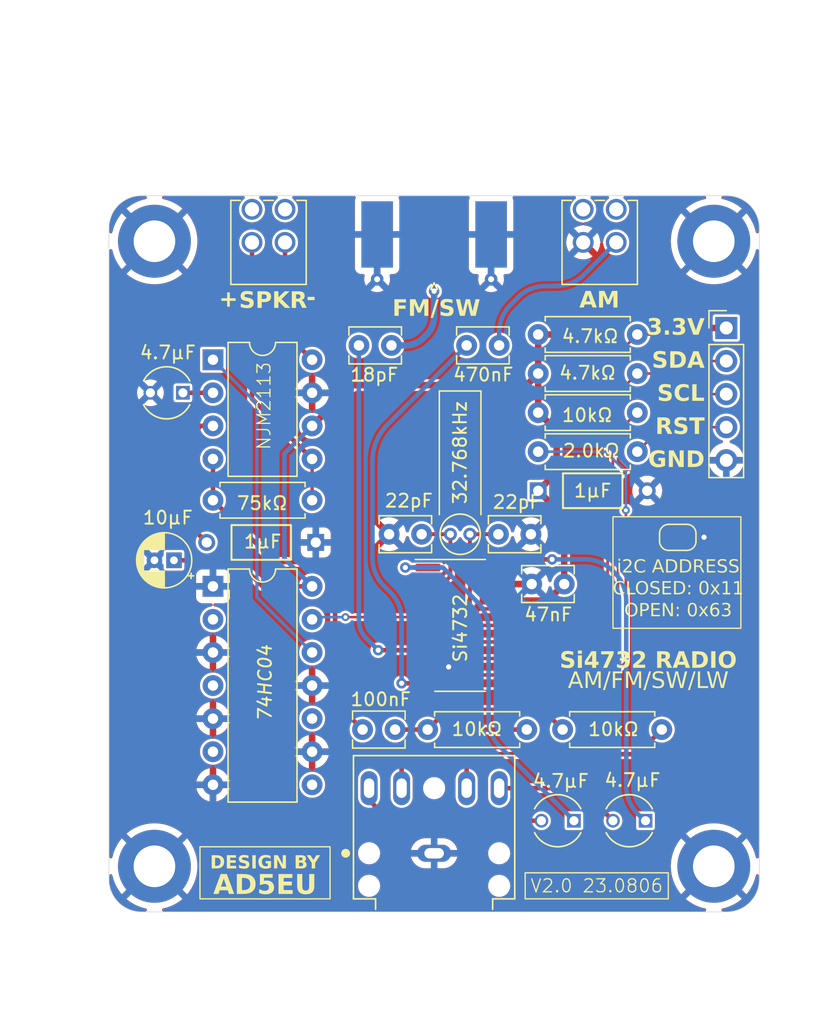
<source format=kicad_pcb>
(kicad_pcb (version 20221018) (generator pcbnew)
  (layers (0 "F.Cu" signal) (31 "B.Cu" signal) (34 "B.Paste" user) (35 "F.Paste" user) (36 "B.SilkS" user "B.Silkscreen") (37 "F.SilkS" user "F.Silkscreen") (38 "B.Mask" user) (39 "F.Mask" user) (44 "Edge.Cuts" user))
  (net 0 "")
  (net 1 "GND")
  (net 2 "Net-(U1-DCLK)")
  (net 3 "Net-(JP2-B)")
  (net 4 "+3.3V")
  (net 6 "Net-(C10-Pad1)")
  (net 7 "Net-(J4-In)")
  (net 8 "Net-(J3-Pin_1)")
  (net 9 "Net-(U1-ROUT)")
  (net 10 "Net-(C11-Pad2)")
  (net 11 "Net-(C15-Pad2)")
  (net 12 "Net-(U1-RCLK)")
  (net 13 "Net-(U1-RST)")
  (net 15 "Net-(J1-Pin_2)")
  (net 16 "Net-(J1-Pin_3)")
  (net 17 "Net-(J1-Pin_4)")
  (net 18 "Net-(U1-FMI)")
  (net 19 "Net-(U1-AMI)")
  (net 20 "Net-(U2-PD)")
  (net 22 "Net-(U1-LOUT)")
  (net 23 "Net-(J2-Pad10)")
  (net 24 "Net-(U2-+VIN)")
  (net 25 "Net-(U2-VREF)")
  (net 26 "Net-(U2--VIN)")
  (net 27 "Net-(J5-Pin_1)")
  (net 28 "Net-(J5-Pin_2)")
  (net 29 "Net-(U1-GPIO1)")
  (net 31 "Net-(J2-Pad11)")
  (footprint "MountingHole:MountingHole_3.2mm_M3_DIN965_Pad" (layer "F.Cu") (at 96.5 53.5)
    (fp_text reference "REF**" hide)
    (fp_text value "MountingHole_3.2mm_M3_DIN965_Pad" hide)
    (pad "1" thru_hole circle (at 0 0) (size 5.6 5.6) (drill 3.2) (layers "*.Cu" "*.Mask") (net 1 "GND"))
  )
  (footprint "Resistor_THT:R_Axial_DIN0207_L6.3mm_D2.5mm_P7.62mm_Horizontal" (layer "F.Cu") (at 58 73.39)
    (fp_text reference "R2" hide)
    (fp_text value "75kΩ" (at 3.78 0.23) (layer "F.SilkS"))
    (pad "1" thru_hole circle (at 0 0) (size 1.6 1.6) (drill 0.8) (layers "*.Cu" "*.Mask") (net 26 "Net-(U2--VIN)"))
    (pad "2" thru_hole oval (at 7.62 0) (size 1.6 1.6) (drill 0.8) (layers "*.Cu" "*.Mask") (net 28 "Net-(J5-Pin_2)"))
  )
  (footprint "Package_SO:SOIC-16_3.9x9.9mm_P1.27mm" (layer "F.Cu") (at 77 83)
    (fp_text reference "U1" hide)
    (fp_text value "Si4732" (at 0.01 0.21 90) (layer "F.SilkS"))
    (pad "1" smd roundrect (at -2.475 -4.445) (size 1.95 0.6) (layers "F.Cu" "F.Paste" "F.Mask") (net 22 "Net-(U1-LOUT)"))
    (pad "2" smd roundrect (at -2.475 -3.175) (size 1.95 0.6) (layers "F.Cu" "F.Paste" "F.Mask") (net 2 "Net-(U1-DCLK)"))
    (pad "3" smd roundrect (at -2.475 -1.905) (size 1.95 0.6) (layers "F.Cu" "F.Paste" "F.Mask"))
    (pad "4" smd roundrect (at -2.475 -0.635) (size 1.95 0.6) (layers "F.Cu" "F.Paste" "F.Mask") (net 29 "Net-(U1-GPIO1)"))
    (pad "5" smd roundrect (at -2.475 0.635) (size 1.95 0.6) (layers "F.Cu" "F.Paste" "F.Mask"))
    (pad "6" smd roundrect (at -2.475 1.905) (size 1.95 0.6) (layers "F.Cu" "F.Paste" "F.Mask") (net 18 "Net-(U1-FMI)"))
    (pad "7" smd roundrect (at -2.475 3.175) (size 1.95 0.6) (layers "F.Cu" "F.Paste" "F.Mask") (net 1 "GND"))
    (pad "8" smd roundrect (at -2.475 4.445) (size 1.95 0.6) (layers "F.Cu" "F.Paste" "F.Mask") (net 19 "Net-(U1-AMI)"))
    (pad "9" smd roundrect (at 2.475 4.445) (size 1.95 0.6) (layers "F.Cu" "F.Paste" "F.Mask") (net 13 "Net-(U1-RST)"))
    (pad "10" smd roundrect (at 2.475 3.175) (size 1.95 0.6) (layers "F.Cu" "F.Paste" "F.Mask") (net 3 "Net-(JP2-B)"))
    (pad "11" smd roundrect (at 2.475 1.905) (size 1.95 0.6) (layers "F.Cu" "F.Paste" "F.Mask") (net 16 "Net-(J1-Pin_3)"))
    (pad "12" smd roundrect (at 2.475 0.635) (size 1.95 0.6) (layers "F.Cu" "F.Paste" "F.Mask") (net 15 "Net-(J1-Pin_2)"))
    (pad "13" smd roundrect (at 2.475 -0.635) (size 1.95 0.6) (layers "F.Cu" "F.Paste" "F.Mask") (net 12 "Net-(U1-RCLK)"))
    (pad "14" smd roundrect (at 2.475 -1.905) (size 1.95 0.6) (layers "F.Cu" "F.Paste" "F.Mask") (net 4 "+3.3V"))
    (pad "15" smd roundrect (at 2.475 -3.175) (size 1.95 0.6) (layers "F.Cu" "F.Paste" "F.Mask") (net 1 "GND"))
    (pad "16" smd roundrect (at 2.475 -4.445) (size 1.95 0.6) (layers "F.Cu" "F.Paste" "F.Mask") (net 9 "Net-(U1-ROUT)"))
  )
  (footprint "Package_DIP:DIP-14_W7.62mm" (layer "F.Cu") (at 58 80)
    (fp_text reference "U3" hide)
    (fp_text value "74HC04" (at 4 7.41 90) (layer "F.SilkS") (effects (font (thickness 0.15) italic)))
    (pad "1" thru_hole rect (at 0 0) (size 1.6 1.6) (drill 0.8) (layers "*.Cu" "*.Mask") (net 1 "GND"))
    (pad "2" thru_hole oval (at 0 2.54) (size 1.6 1.6) (drill 0.8) (layers "*.Cu" "*.Mask"))
    (pad "3" thru_hole oval (at 0 5.08) (size 1.6 1.6) (drill 0.8) (layers "*.Cu" "*.Mask") (net 1 "GND"))
    (pad "4" thru_hole oval (at 0 7.62) (size 1.6 1.6) (drill 0.8) (layers "*.Cu" "*.Mask"))
    (pad "5" thru_hole oval (at 0 10.16) (size 1.6 1.6) (drill 0.8) (layers "*.Cu" "*.Mask") (net 1 "GND"))
    (pad "6" thru_hole oval (at 0 12.7) (size 1.6 1.6) (drill 0.8) (layers "*.Cu" "*.Mask"))
    (pad "7" thru_hole oval (at 0 15.24) (size 1.6 1.6) (drill 0.8) (layers "*.Cu" "*.Mask") (net 1 "GND"))
    (pad "8" thru_hole oval (at 7.62 15.24) (size 1.6 1.6) (drill 0.8) (layers "*.Cu" "*.Mask"))
    (pad "9" thru_hole oval (at 7.62 12.7) (size 1.6 1.6) (drill 0.8) (layers "*.Cu" "*.Mask") (net 1 "GND"))
    (pad "10" thru_hole oval (at 7.62 10.16) (size 1.6 1.6) (drill 0.8) (layers "*.Cu" "*.Mask"))
    (pad "11" thru_hole oval (at 7.62 7.62) (size 1.6 1.6) (drill 0.8) (layers "*.Cu" "*.Mask") (net 1 "GND"))
    (pad "12" thru_hole oval (at 7.62 5.08) (size 1.6 1.6) (drill 0.8) (layers "*.Cu" "*.Mask") (net 20 "Net-(U2-PD)"))
    (pad "13" thru_hole oval (at 7.62 2.54) (size 1.6 1.6) (drill 0.8) (layers "*.Cu" "*.Mask") (net 29 "Net-(U1-GPIO1)"))
    (pad "14" thru_hole oval (at 7.62 0) (size 1.6 1.6) (drill 0.8) (layers "*.Cu" "*.Mask") (net 4 "+3.3V"))
  )
  (footprint "C410C105K3R5TA:CAP_C410C_AX_X7R_AXIMAX_KEM" (layer "F.Cu") (at 65.901 76.63 180)
    (fp_text reference "C3" hide)
    (fp_text value "1µF" (at 4.0823 0.06 unlocked) (layer "F.SilkS"))
    (pad "1" thru_hole rect (at 0 0 180) (size 1.2954 1.2954) (drill 0.7874) (layers "*.Cu" "*.Mask") (net 1 "GND"))
    (pad "2" thru_hole circle (at 8.382 0 180) (size 1.2954 1.2954) (drill 0.7874) (layers "*.Cu" "*.Mask") (net 24 "Net-(U2-+VIN)"))
  )
  (footprint "ECEA1EKS4R7I:CAPPRD250W45D400H500" (layer "F.Cu") (at 90 98 180)
    (fp_text reference "C11" hide)
    (fp_text value "4.7µF" (at -0.25 3.11) (layer "F.SilkS"))
    (pad "1" thru_hole rect (at -1.25 0 180) (size 1.05 1.05) (drill 0.7) (layers "*.Cu" "*.Mask") (net 9 "Net-(U1-ROUT)"))
    (pad "2" thru_hole circle (at 1.25 0 180) (size 1.05 1.05) (drill 0.7) (layers "*.Cu" "*.Mask") (net 10 "Net-(C11-Pad2)"))
  )
  (footprint "Resistor_THT:R_Axial_DIN0207_L6.3mm_D2.5mm_P7.62mm_Horizontal" (layer "F.Cu") (at 83 69.66)
    (fp_text reference "R16" hide)
    (fp_text value "2.0kΩ" (at 4.08 -0.07) (layer "F.SilkS"))
    (pad "1" thru_hole circle (at 0 0) (size 1.6 1.6) (drill 0.8) (layers "*.Cu" "*.Mask") (net 13 "Net-(U1-RST)"))
    (pad "2" thru_hole oval (at 7.62 0) (size 1.6 1.6) (drill 0.8) (layers "*.Cu" "*.Mask") (net 17 "Net-(J1-Pin_4)"))
  )
  (footprint "Connector_Coaxial:SMA_Molex_73251-1153_EdgeMount_Horizontal" (layer "F.Cu") (at 75 54.7 -90)
    (fp_text reference "J4" hide)
    (fp_text value "Conn_01x01_Female" hide)
    (pad "1" smd rect (at -1.72 0 270) (size 5.08 2.29) (layers "F.Cu" "F.Paste" "F.Mask") (net 7 "Net-(J4-In)"))
    (pad "2" smd rect (at -1.72 -4.38 270) (size 5.08 2.42) (layers "F.Cu" "F.Paste" "F.Mask") (net 1 "GND"))
    (pad "2" smd rect (at -1.72 -4.38 270) (size 5.08 2.42) (layers "B.Cu" "B.Paste" "B.Mask") (net 1 "GND"))
    (pad "2" smd rect (at -1.72 4.38 270) (size 5.08 2.42) (layers "F.Cu" "F.Paste" "F.Mask") (net 1 "GND"))
    (pad "2" smd rect (at -1.72 4.38 270) (size 5.08 2.42) (layers "B.Cu" "B.Paste" "B.Mask") (net 1 "GND"))
    (pad "2" smd rect (at 1.27 -4.38 270) (size 0.95 0.46) (layers "F.Cu") (net 1 "GND"))
    (pad "2" smd rect (at 1.27 -4.38 270) (size 0.95 0.46) (layers "B.Cu") (net 1 "GND"))
    (pad "2" smd rect (at 1.27 4.38 270) (size 0.95 0.46) (layers "F.Cu") (net 1 "GND"))
    (pad "2" smd rect (at 1.27 4.38 270) (size 0.95 0.46) (layers "B.Cu") (net 1 "GND"))
    (pad "2" thru_hole circle (at 1.72 -4.38 270) (size 0.97 0.97) (drill 0.46) (layers "*.Cu") (net 1 "GND"))
    (pad "2" thru_hole circle (at 1.72 4.38 270) (size 0.97 0.97) (drill 0.46) (layers "*.Cu") (net 1 "GND"))
  )
  (footprint "ECEA1EKS4R7I:CAPPRD250W45D400H500" (layer "F.Cu") (at 54.44 65.14 180)
    (fp_text reference "C4" hide)
    (fp_text value "4.7µF" (at -0.09 3.09) (layer "F.SilkS"))
    (pad "1" thru_hole rect (at -1.25 0 180) (size 1.05 1.05) (drill 0.7) (layers "*.Cu" "*.Mask") (net 25 "Net-(U2-VREF)"))
    (pad "2" thru_hole circle (at 1.25 0 180) (size 1.05 1.05) (drill 0.7) (layers "*.Cu" "*.Mask") (net 1 "GND"))
  )
  (footprint "Jumper:SolderJumper-2_P1.3mm_Bridged_RoundedPad1.0x1.5mm" (layer "F.Cu") (at 93.73 76.24 180)
    (fp_text reference "JP2" hide)
    (fp_text value "SolderJumper_2_Open" hide)
    (fp_poly (pts (xy 0.25 -0.3) (xy -0.25 -0.3) (xy -0.25 0.3) (xy 0.25 0.3)) (fill solid) (layer "F.Cu"))
    (pad "1" smd custom (at -0.65 0 180) (size 1 0.5) (layers "F.Cu" "F.Mask") (net 1 "GND") (options (clearance outline) (anchor rect)) (primitives (gr_circle (center 0 0.25) (end 0.5 0.25) (width 0) (fill yes)) (gr_circle (center 0 -0.25) (end 0.5 -0.25) (width 0) (fill yes)) (gr_poly (pts (xy 0.5 0.75) (xy 0 0.75) (xy 0 -0.75) (xy 0.5 -0.75)) (width 0) (fill yes))))
    (pad "2" smd custom (at 0.65 0 180) (size 1 0.5) (layers "F.Cu" "F.Mask") (net 3 "Net-(JP2-B)") (options (clearance outline) (anchor rect)) (primitives (gr_circle (center 0 0.25) (end 0.5 0.25) (width 0) (fill yes)) (gr_circle (center 0 -0.25) (end 0.5 -0.25) (width 0) (fill yes)) (gr_poly (pts (xy 0 0.75) (xy -0.5 0.75) (xy -0.5 -0.75) (xy 0 -0.75)) (width 0) (fill yes))))
  )
  (footprint "MountingHole:MountingHole_3.2mm_M3_DIN965_Pad" (layer "F.Cu") (at 96.5 101.5)
    (fp_text reference "REF**" hide)
    (fp_text value "MountingHole_3.2mm_M3_DIN965_Pad" hide)
    (pad "1" thru_hole circle (at 0 0) (size 5.6 5.6) (drill 3.2) (layers "*.Cu" "*.Mask") (net 1 "GND"))
  )
  (footprint "Capacitor_THT:C_Disc_D3.8mm_W2.6mm_P2.50mm" (layer "F.Cu") (at 74.04 76 180)
    (fp_text reference "C1" hide)
    (fp_text value "22pF" (at 0.98 2.57) (layer "F.SilkS"))
    (pad "1" thru_hole circle (at 0 0 180) (size 1.6 1.6) (drill 0.8) (layers "*.Cu" "*.Mask") (net 2 "Net-(U1-DCLK)"))
    (pad "2" thru_hole circle (at 2.5 0 180) (size 1.6 1.6) (drill 0.8) (layers "*.Cu" "*.Mask") (net 1 "GND"))
  )
  (footprint "SJ1-3525N:SJ1-3525N" (layer "F.Cu") (at 75 100.5 90)
    (fp_text reference "J2" hide)
    (fp_text value "SJ1-3525N" hide)
    (pad "" np_thru_hole circle (at -2.5 -5 90) (size 1.2 1.2) (drill 1.2) (layers "*.Cu" "*.Mask"))
    (pad "" np_thru_hole circle (at -2.5 5 90) (size 1.2 1.2) (drill 1.2) (layers "*.Cu" "*.Mask"))
    (pad "" np_thru_hole circle (at 0 -5 90) (size 1.2 1.2) (drill 1.2) (layers "*.Cu" "*.Mask"))
    (pad "" np_thru_hole circle (at 0 5 90) (size 1.2 1.2) (drill 1.2) (layers "*.Cu" "*.Mask"))
    (pad "" np_thru_hole circle (at 5 0 90) (size 1.2 1.2) (drill 1.2) (layers "*.Cu" "*.Mask"))
    (pad "1" thru_hole oval (at 0 0 90) (size 1.308 2.616) (drill oval 0.8 1.5) (layers "*.Cu" "*.Mask") (net 1 "GND"))
    (pad "2" thru_hole oval (at 5 5 90) (size 2.616 1.308) (drill oval 1.5 0.8) (layers "*.Cu" "*.Mask") (net 10 "Net-(C11-Pad2)"))
    (pad "3" thru_hole oval (at 5 -5 90) (size 2.616 1.308) (drill oval 1.5 0.8) (layers "*.Cu" "*.Mask") (net 11 "Net-(C15-Pad2)"))
    (pad "10" thru_hole oval (at 5 2.5 90) (size 2.616 1.308) (drill oval 1.5 0.8) (layers "*.Cu" "*.Mask") (net 23 "Net-(J2-Pad10)"))
    (pad "11" thru_hole oval (at 5 -2.5 90) (size 2.616 1.308) (drill oval 1.5 0.8) (layers "*.Cu" "*.Mask") (net 31 "Net-(J2-Pad11)"))
  )
  (footprint "Resistor_THT:R_Axial_DIN0207_L6.3mm_D2.5mm_P7.62mm_Horizontal" (layer "F.Cu") (at 92.5 91 180)
    (fp_text reference "R5" hide)
    (fp_text value "10kΩ" (at 3.71 0.02) (layer "F.SilkS"))
    (pad "1" thru_hole circle (at 0 0 180) (size 1.6 1.6) (drill 0.8) (layers "*.Cu" "*.Mask") (net 23 "Net-(J2-Pad10)"))
    (pad "2" thru_hole oval (at 7.62 0 180) (size 1.6 1.6) (drill 0.8) (layers "*.Cu" "*.Mask") (net 6 "Net-(C10-Pad1)"))
  )
  (footprint "Capacitor_THT:C_Disc_D3.8mm_W2.6mm_P2.50mm" (layer "F.Cu") (at 85 79.825 180)
    (fp_text reference "C5" hide)
    (fp_text value "47nF" (at 1.23 -2.345) (layer "F.SilkS"))
    (pad "1" thru_hole circle (at 0 0 180) (size 1.6 1.6) (drill 0.8) (layers "*.Cu" "*.Mask") (net 4 "+3.3V"))
    (pad "2" thru_hole circle (at 2.5 0 180) (size 1.6 1.6) (drill 0.8) (layers "*.Cu" "*.Mask") (net 1 "GND"))
  )
  (footprint "Capacitor_THT:C_Disc_D3.8mm_W2.6mm_P2.50mm" (layer "F.Cu") (at 79.94 76)
    (fp_text reference "C2" hide)
    (fp_text value "22pF" (at 1.41 -2.47) (layer "F.SilkS"))
    (pad "1" thru_hole circle (at 0 0) (size 1.6 1.6) (drill 0.8) (layers "*.Cu" "*.Mask") (net 12 "Net-(U1-RCLK)"))
    (pad "2" thru_hole circle (at 2.5 0) (size 1.6 1.6) (drill 0.8) (layers "*.Cu" "*.Mask") (net 1 "GND"))
  )
  (footprint "Phoenix_2x1:1725656" (layer "F.Cu") (at 89 53.59 180)
    (fp_text reference "J3" hide)
    (fp_text value "Conn_01x02_Pin" hide)
    (pad "1" thru_hole circle (at 0 0 180) (size 1.6002 1.6002) (drill 1.0922) (layers "*.Cu" "*.Mask") (net 8 "Net-(J3-Pin_1)"))
    (pad "2" thru_hole circle (at 2.54 0 180) (size 1.6002 1.6002) (drill 1.0922) (layers "*.Cu" "*.Mask") (net 1 "GND"))
    (pad "3" thru_hole circle (at 0 2.54 270) (size 1.6002 1.6002) (drill 1.0922) (layers "*.Cu" "*.Mask"))
    (pad "4" thru_hole circle (at 2.54 2.54 270) (size 1.6002 1.6002) (drill 1.0922) (layers "*.Cu" "*.Mask"))
  )
  (footprint "ECEA1EKS4R7I:CAPPRD250W45D400H500" (layer "F.Cu") (at 84.5 98 180)
    (fp_text reference "C15" hide)
    (fp_text value "4.7µF" (at -0.24 3.05) (layer "F.SilkS"))
    (pad "1" thru_hole rect (at -1.25 0 180) (size 1.05 1.05) (drill 0.7) (layers "*.Cu" "*.Mask") (net 22 "Net-(U1-LOUT)"))
    (pad "2" thru_hole circle (at 1.25 0 180) (size 1.05 1.05) (drill 0.7) (layers "*.Cu" "*.Mask") (net 11 "Net-(C15-Pad2)"))
  )
  (footprint "Connector_PinHeader_2.54mm:PinHeader_1x05_P2.54mm_Vertical" (layer "F.Cu") (at 97.46 60.16)
    (fp_text reference "J1" hide)
    (fp_text value "Conn_01x05_Pin" hide)
    (pad "1" thru_hole rect (at 0 0) (size 1.7 1.7) (drill 1) (layers "*.Cu" "*.Mask") (net 4 "+3.3V"))
    (pad "2" thru_hole oval (at 0 2.54) (size 1.7 1.7) (drill 1) (layers "*.Cu" "*.Mask") (net 15 "Net-(J1-Pin_2)"))
    (pad "3" thru_hole oval (at 0 5.08) (size 1.7 1.7) (drill 1) (layers "*.Cu" "*.Mask") (net 16 "Net-(J1-Pin_3)"))
    (pad "4" thru_hole oval (at 0 7.62) (size 1.7 1.7) (drill 1) (layers "*.Cu" "*.Mask") (net 17 "Net-(J1-Pin_4)"))
    (pad "5" thru_hole oval (at 0 10.16) (size 1.7 1.7) (drill 1) (layers "*.Cu" "*.Mask") (net 1 "GND"))
  )
  (footprint "MountingHole:MountingHole_3.2mm_M3_DIN965_Pad" (layer "F.Cu") (at 53.5 101.5)
    (fp_text reference "REF**" hide)
    (fp_text value "MountingHole_3.2mm_M3_DIN965_Pad" hide)
    (pad "1" thru_hole circle (at 0 0) (size 5.6 5.6) (drill 3.2) (layers "*.Cu" "*.Mask") (net 1 "GND"))
  )
  (footprint "ECS27:XTAL_ECS-.327-12.5-8X-C" (layer "F.Cu") (at 77 76)
    (fp_text reference "Y1" hide)
    (fp_text value "32.768kHz" (at -0.01 -6.27 90) (layer "F.SilkS"))
    (pad "1" thru_hole circle (at -0.75 0) (size 1 1) (drill 0.55) (layers "*.Cu" "*.Mask") (net 2 "Net-(U1-DCLK)"))
    (pad "2" thru_hole circle (at 0.75 0) (size 1 1) (drill 0.55) (layers "*.Cu" "*.Mask") (net 12 "Net-(U1-RCLK)"))
  )
  (footprint "Capacitor_THT:CP_Radial_D4.0mm_P1.50mm" (layer "F.Cu") (at 55 78 180)
    (fp_text reference "C8" hide)
    (fp_text value "10µF" (at 0.47 3.27) (layer "F.SilkS"))
    (pad "1" thru_hole rect (at 0 0 180) (size 1.2 1.2) (drill 0.6) (layers "*.Cu" "*.Mask") (net 4 "+3.3V"))
    (pad "2" thru_hole circle (at 1.5 0 180) (size 1.2 1.2) (drill 0.6) (layers "*.Cu" "*.Mask") (net 1 "GND"))
  )
  (footprint "Capacitor_THT:C_Disc_D3.8mm_W2.6mm_P2.50mm" (layer "F.Cu") (at 72 91 180)
    (fp_text reference "C10" hide)
    (fp_text value "100nF" (at 1.1 2.32) (layer "F.SilkS"))
    (pad "1" thru_hole circle (at 0 0 180) (size 1.6 1.6) (drill 0.8) (layers "*.Cu" "*.Mask") (net 6 "Net-(C10-Pad1)"))
    (pad "2" thru_hole circle (at 2.5 0 180) (size 1.6 1.6) (drill 0.8) (layers "*.Cu" "*.Mask") (net 26 "Net-(U2--VIN)"))
  )
  (footprint "Resistor_THT:R_Axial_DIN0207_L6.3mm_D2.5mm_P7.62mm_Horizontal" (layer "F.Cu") (at 83 60.66)
    (fp_text reference "R4" hide)
    (fp_text value "4.7kΩ" (at 3.99 0.14) (layer "F.SilkS"))
    (pad "1" thru_hole circle (at 0 0) (size 1.6 1.6) (drill 0.8) (layers "*.Cu" "*.Mask") (net 4 "+3.3V"))
    (pad "2" thru_hole oval (at 7.62 0) (size 1.6 1.6) (drill 0.8) (layers "*.Cu" "*.Mask") (net 15 "Net-(J1-Pin_2)"))
  )
  (footprint "Package_DIP:DIP-8_W7.62mm" (layer "F.Cu") (at 58 62.6)
    (fp_text reference "U2" hide)
    (fp_text value "NJM2113" (at 3.92 3.55 90) (layer "F.SilkS") (effects (font (thickness 0.1))))
    (pad "1" thru_hole rect (at 0 0) (size 1.6 1.6) (drill 0.8) (layers "*.Cu" "*.Mask") (net 20 "Net-(U2-PD)"))
    (pad "2" thru_hole oval (at 0 2.54) (size 1.6 1.6) (drill 0.8) (layers "*.Cu" "*.Mask") (net 25 "Net-(U2-VREF)"))
    (pad "3" thru_hole oval (at 0 5.08) (size 1.6 1.6) (drill 0.8) (layers "*.Cu" "*.Mask") (net 24 "Net-(U2-+VIN)"))
    (pad "4" thru_hole oval (at 0 7.62) (size 1.6 1.6) (drill 0.8) (layers "*.Cu" "*.Mask") (net 26 "Net-(U2--VIN)"))
    (pad "5" thru_hole oval (at 7.62 7.62) (size 1.6 1.6) (drill 0.8) (layers "*.Cu" "*.Mask") (net 28 "Net-(J5-Pin_2)"))
    (pad "6" thru_hole oval (at 7.62 5.08) (size 1.6 1.6) (drill 0.8) (layers "*.Cu" "*.Mask") (net 4 "+3.3V"))
    (pad "7" thru_hole oval (at 7.62 2.54) (size 1.6 1.6) (drill 0.8) (layers "*.Cu" "*.Mask") (net 1 "GND"))
    (pad "8" thru_hole oval (at 7.62 0) (size 1.6 1.6) (drill 0.8) (layers "*.Cu" "*.Mask") (net 27 "Net-(J5-Pin_1)"))
  )
  (footprint "MountingHole:MountingHole_3.2mm_M3_DIN965_Pad" (layer "F.Cu") (at 53.5 53.5)
    (fp_text reference "REF**" hide)
    (fp_text value "MountingHole_3.2mm_M3_DIN965_Pad" hide)
    (pad "1" thru_hole circle (at 0 0) (size 5.6 5.6) (drill 3.2) (layers "*.Cu" "*.Mask") (net 1 "GND"))
  )
  (footprint "Capacitor_THT:C_Disc_D3.8mm_W2.6mm_P2.50mm" (layer "F.Cu") (at 80 61.5 180)
    (fp_text reference "C9" hide)
    (fp_text value "470nF" (at 1.22 -2.25) (layer "F.SilkS"))
    (pad "1" thru_hole circle (at 0 0 180) (size 1.6 1.6) (drill 0.8) (layers "*.Cu" "*.Mask") (net 8 "Net-(J3-Pin_1)"))
    (pad "2" thru_hole circle (at 2.5 0 180) (size 1.6 1.6) (drill 0.8) (layers "*.Cu" "*.Mask") (net 19 "Net-(U1-AMI)"))
  )
  (footprint "Resistor_THT:R_Axial_DIN0207_L6.3mm_D2.5mm_P7.62mm_Horizontal" (layer "F.Cu") (at 83 63.66)
    (fp_text reference "R1" hide)
    (fp_text value "4.7kΩ" (at 3.79 -0.05) (layer "F.SilkS"))
    (pad "1" thru_hole circle (at 0 0) (size 1.6 1.6) (drill 0.8) (layers "*.Cu" "*.Mask") (net 4 "+3.3V"))
    (pad "2" thru_hole oval (at 7.62 0) (size 1.6 1.6) (drill 0.8) (layers "*.Cu" "*.Mask") (net 16 "Net-(J1-Pin_3)"))
  )
  (footprint "C410C105K3R5TA:CAP_C410C_AX_X7R_AXIMAX_KEM" (layer "F.Cu") (at 83 72.66)
    (fp_text reference "C7" hide)
    (fp_text value "1µF" (at 4.191 0 unlocked) (layer "F.SilkS"))
    (pad "1" thru_hole rect (at 0 0) (size 1.2954 1.2954) (drill 0.7874) (layers "*.Cu" "*.Mask") (net 4 "+3.3V"))
    (pad "2" thru_hole circle (at 8.382 0) (size 1.2954 1.2954) (drill 0.7874) (layers "*.Cu" "*.Mask") (net 1 "GND"))
  )
  (footprint "Resistor_THT:R_Axial_DIN0207_L6.3mm_D2.5mm_P7.62mm_Horizontal" (layer "F.Cu") (at 83 66.66)
    (fp_text reference "R3" hide)
    (fp_text value "10kΩ" (at 3.77 0.2) (layer "F.SilkS"))
    (pad "1" thru_hole circle (at 0 0) (size 1.6 1.6) (drill 0.8) (layers "*.Cu" "*.Mask") (net 4 "+3.3V"))
    (pad "2" thru_hole oval (at 7.62 0) (size 1.6 1.6) (drill 0.8) (layers "*.Cu" "*.Mask") (net 3 "Net-(JP2-B)"))
  )
  (footprint "Capacitor_THT:C_Disc_D3.8mm_W2.6mm_P2.50mm" (layer "F.Cu") (at 71.72 61.5 180)
    (fp_text reference "C6" hide)
    (fp_text value "18pF" (at 1.32 -2.26) (layer "F.SilkS"))
    (pad "1" thru_hole circle (at 0 0 180) (size 1.6 1.6) (drill 0.8) (layers "*.Cu" "*.Mask") (net 7 "Net-(J4-In)"))
    (pad "2" thru_hole circle (at 2.5 0 180) (size 1.6 1.6) (drill 0.8) (layers "*.Cu" "*.Mask") (net 18 "Net-(U1-FMI)"))
  )
  (footprint "Phoenix_2x1:1725656" (layer "F.Cu") (at 63.54 53.59 180)
    (fp_text reference "J5" hide)
    (fp_text value "Conn_01x02_Pin" hide)
    (pad "1" thru_hole circle (at 0 0 180) (size 1.6002 1.6002) (drill 1.0922) (layers "*.Cu" "*.Mask") (net 27 "Net-(J5-Pin_1)"))
    (pad "2" thru_hole circle (at 2.54 0 180) (size 1.6002 1.6002) (drill 1.0922) (layers "*.Cu" "*.Mask") (net 28 "Net-(J5-Pin_2)"))
    (pad "3" thru_hole circle (at 0 2.54 270) (size 1.6002 1.6002) (drill 1.0922) (layers "*.Cu" "*.Mask"))
    (pad "4" thru_hole circle (at 2.54 2.54 270) (size 1.6002 1.6002) (drill 1.0922) (layers "*.Cu" "*.Mask"))
  )
  (footprint "Resistor_THT:R_Axial_DIN0207_L6.3mm_D2.5mm_P7.62mm_Horizontal" (layer "F.Cu") (at 74.5 91)
    (fp_text reference "R12" hide)
    (fp_text value "10kΩ" (at 3.79 -0.03) (layer "F.SilkS"))
    (pad "1" thru_hole circle (at 0 0) (size 1.6 1.6) (drill 0.8) (layers "*.Cu" "*.Mask") (net 6 "Net-(C10-Pad1)"))
    (pad "2" thru_hole oval (at 7.62 0) (size 1.6 1.6) (drill 0.8) (layers "*.Cu" "*.Mask") (net 31 "Net-(J2-Pad11)"))
  )
  (gr_rect (start 82 102) (end 93 104) (stroke (width 0.1)) (fill none) (layer "F.SilkS"))
  (gr_rect (start 88.75 74.66) (end 98.58 83.22) (stroke (width 0.1)) (fill none) (layer "F.SilkS"))
  (gr_line (start 75.4 74.5) (end 75.4 65) (stroke (width 0.12)) (layer "F.SilkS"))
  (gr_line (start 78.6 65) (end 78.6 74.5) (stroke (width 0.12)) (layer "F.SilkS"))
  (gr_rect (start 57 100) (end 67 104) (stroke (width 0.1)) (fill none) (layer "F.SilkS"))
  (gr_line (start 75.4 65) (end 78.6 65) (stroke (width 0.12)) (layer "F.SilkS"))
  (gr_arc (start 52.5 105) (mid 50.732233 104.267767) (end 50 102.5) (stroke (width 0.05)) (layer "Edge.Cuts"))
  (gr_arc (start 97.5 50) (mid 99.267767 50.732233) (end 100 52.5) (stroke (width 0.05)) (layer "Edge.Cuts"))
  (gr_arc (start 100 102.5) (mid 99.267767 104.267767) (end 97.5 105) (stroke (width 0.05)) (layer "Edge.Cuts"))
  (gr_arc (start 50 52.5) (mid 50.732233 50.732233) (end 52.5 50) (stroke (width 0.05)) (layer "Edge.Cuts"))
  (gr_line (start 52.5 105) (end 97.5 105) (stroke (width 0.05)) (layer "Edge.Cuts"))
  (gr_line (start 100 52.5) (end 100 102.5) (stroke (width 0.05)) (layer "Edge.Cuts"))
  (gr_line (start 52.5 50) (end 97.5 50) (stroke (width 0.05)) (layer "Edge.Cuts"))
  (gr_line (start 50 52.5) (end 50 102.5) (stroke (width 0.05)) (layer "Edge.Cuts"))
  (gr_text "V2.0 23.0806\n" (at 87.5 103) (layer "F.SilkS") (effects (font (size 1 1) (thickness 0.1))))
  (gr_text "GND" (at 95.8 70.32) (layer "F.SilkS") (effects (font (size 1.25 1.25) (thickness 0.25) bold) (justify right)))
  (gr_text "FM/SW" (at 75.17 59.44) (layer "F.SilkS") (effects (font (size 1.25 1.25) (thickness 0.25) bold) (justify bottom)))
  (gr_text "RST" (at 95.8 67.78) (layer "F.SilkS") (effects (font (size 1.25 1.25) (thickness 0.25) bold) (justify right)))
  (gr_text "+" (at 58.46 58.74) (layer "F.SilkS") (effects (font (size 1.25 1.25) (thickness 0.25) bold) (justify left bottom)))
  (gr_text "i2C ADDRESS\nCLOSED: 0x11\nOPEN: 0x63" (at 93.76 82.47) (layer "F.SilkS") (effects (font (size 1 1) (thickness 0.125)) (justify bottom)))
  (gr_text "Si4732 RADIO\n" (at 91.46 86.47) (layer "F.SilkS") (effects (font (size 1.25 1.25) (thickness 0.3) bold) (justify bottom)))
  (gr_text "DESIGN BY" (at 62 101.25) (layer "F.SilkS") (effects (font (size 1 1) (thickness 0.25) bold)))
  (gr_text "3.3V" (at 95.8 60.16) (layer "F.SilkS") (effects (font (size 1.25 1.25) (thickness 0.25) bold) (justify right)))
  (gr_text "SPKR" (at 60 58.83) (layer "F.SilkS") (effects (font (size 1.25 1.25) (thickness 0.25) bold) (justify left bottom)))
  (gr_text "AM" (at 87.71 58.07) (layer "F.SilkS") (effects (font (size 1.25 1.25) (thickness 0.25) bold)))
  (gr_text "-" (at 65.18 58.61) (layer "F.SilkS") (effects (font (size 1.25 1.25) (thickness 0.25) bold) (justify left bottom)))
  (gr_text "SCL" (at 95.8 65.24) (layer "F.SilkS") (effects (font (size 1.25 1.25) (thickness 0.25) bold) (justify right)))
  (gr_text "AD5EU" (at 62 103) (layer "F.SilkS") (effects (font (size 1.5 1.5) (thickness 0.3) bold italic)))
  (gr_text "AM/FM/SW/LW\n\n" (at 91.46 90.12) (layer "F.SilkS") (effects (font (size 1.25 1.25) (thickness 0.15625)) (justify bottom)))
  (gr_text "SDA" (at 95.8 62.7) (layer "F.SilkS") (effects (font (size 1.25 1.25) (thickness 0.25) bold) (justify right)))
  (segment (start 76.105 86.175) (end 76.12 86.19) (width 0.35) (layer "F.Cu") (net 1))
  (segment (start 74.525 86.175) (end 76.105 86.175) (width 0.35) (layer "F.Cu") (net 1))
  (segment (start 79.475 79.825) (end 82.5 79.825) (width 0.5) (layer "F.Cu") (net 1))
  (segment (start 94.38 76.24) (end 95.74 76.24) (width 0.35) (layer "F.Cu") (net 1))
  (via (at 76.12 86.19) (size 0.8) (drill 0.4) (layers "F.Cu" "B.Cu") (net 1))
  (via (at 95.75 76.23) (size 0.8) (drill 0.4) (layers "F.Cu" "B.Cu") (net 1))
  (segment (start 70.61 53.04) (end 70.62 53.03) (width 0.5) (layer "B.Cu") (net 1))
  (segment (start 76.25 79.23) (end 76.25 76) (width 0.3) (layer "F.Cu") (net 2))
  (segment (start 76.25 76) (end 74.04 76) (width 0.3) (layer "F.Cu") (net 2))
  (segment (start 75.655 79.825) (end 76.25 79.23) (width 0.3) (layer "F.Cu") (net 2))
  (segment (start 74.525 79.825) (end 75.655 79.825) (width 0.3) (layer "F.Cu") (net 2))
  (segment (start 89.83 71.04) (end 89.14 71.73) (width 0.2) (layer "F.Cu") (net 3))
  (segment (start 89.83 71.04) (end 92.48 71.04) (width 0.2) (layer "F.Cu") (net 3))
  (segment (start 89.14 71.73) (end 89.14 85.08) (width 0.2) (layer "F.Cu") (net 3))
  (segment (start 90.62 66.64) (end 89.14 68.12) (width 0.2) (layer "F.Cu") (net 3))
  (segment (start 92.48 71.04) (end 93.08 71.64) (width 0.2) (layer "F.Cu") (net 3))
  (segment (start 89.14 70.35) (end 89.83 71.04) (width 0.2) (layer "F.Cu") (net 3))
  (segment (start 93.08 71.64) (end 93.08 76.24) (width 0.2) (layer "F.Cu") (net 3))
  (segment (start 89.14 85.08) (end 88.045 86.175) (width 0.2) (layer "F.Cu") (net 3))
  (segment (start 88.045 86.175) (end 79.475 86.175) (width 0.2) (layer "F.Cu") (net 3))
  (segment (start 89.14 68.12) (end 89.14 70.28) (width 0.2) (layer "F.Cu") (net 3))
  (segment (start 89.14 70.28) (end 89.14 70.35) (width 0.2) (layer "F.Cu") (net 3))
  (segment (start 86.87 60.66) (end 83 60.66) (width 0.5) (layer "F.Cu") (net 4))
  (segment (start 93.82 59.05) (end 88.48 59.05) (width 0.5) (layer "F.Cu") (net 4))
  (segment (start 84.42 68.06) (end 84.42 71.24) (width 0.5) (layer "F.Cu") (net 4))
  (segment (start 79.475 81.095) (end 83.73 81.095) (width 0.5) (layer "F.Cu") (net 4))
  (segment (start 59.81 78) (end 55 78) (width 0.35) (layer "F.Cu") (net 4))
  (segment (start 68.75 64.55) (end 82.11 64.55) (width 0.5) (layer "F.Cu") (net 4))
  (segment (start 83.73 81.095) (end 85 79.825) (width 0.5) (layer "F.Cu") (net 4))
  (segment (start 84.42 71.24) (end 83 72.66) (width 0.5) (layer "F.Cu") (net 4))
  (segment (start 88.48 59.05) (end 86.87 60.66) (width 0.5) (layer "F.Cu") (net 4))
  (segment (start 83 60.66) (end 83 63.66) (width 0.5) (layer "F.Cu") (net 4))
  (segment (start 65.62 80) (end 61.81 80) (width 0.35) (layer "F.Cu") (net 4))
  (segment (start 61.81 80) (end 59.81 78) (width 0.35) (layer "F.Cu") (net 4))
  (segment (start 65.62 67.68) (end 68.75 64.55) (width 0.5) (layer "F.Cu") (net 4))
  (segment (start 83 66.64) (end 84.42 68.06) (width 0.5) (layer "F.Cu") (net 4))
  (segment (start 85 74.66) (end 83 72.66) (width 0.5) (layer "F.Cu") (net 4))
  (segment (start 83 63.66) (end 83 66.64) (width 0.5) (layer "F.Cu") (net 4))
  (segment (start 97.46 60.16) (end 94.93 60.16) (width 0.5) (layer "F.Cu") (net 4))
  (segment (start 85 79.825) (end 85 74.66) (width 0.5) (layer "F.Cu") (net 4))
  (segment (start 82.11 64.55) (end 83 63.66) (width 0.5) (layer "F.Cu") (net 4))
  (segment (start 94.93 60.16) (end 93.82 59.05) (width 0.5) (layer "F.Cu") (net 4))
  (segment (start 65.62 67.68) (end 63.49 69.81) (width 0.35) (layer "B.Cu") (net 4))
  (segment (start 63.49 69.81) (end 63.49 77.87) (width 0.35) (layer "B.Cu") (net 4))
  (segment (start 63.49 77.87) (end 65.62 80) (width 0.35) (layer "B.Cu") (net 4))
  (segment (start 76.01 89.49) (end 83.37 89.49) (width 0.35) (layer "F.Cu") (net 6))
  (segment (start 74.5 91) (end 76.01 89.49) (width 0.35) (layer "F.Cu") (net 6))
  (segment (start 74.5 91) (end 72 91) (width 0.35) (layer "F.Cu") (net 6))
  (segment (start 83.37 89.49) (end 84.88 91) (width 0.35) (layer "F.Cu") (net 6))
  (segment (start 75 53.03) (end 75 57.34) (width 0.3) (layer "F.Cu") (net 7))
  (via (at 75 57.34) (size 0.8) (drill 0.4) (layers "F.Cu" "B.Cu") (net 7))
  (segment (start 75 57.34) (end 75 59.271573) (width 0.5) (layer "B.Cu") (net 7))
  (segment (start 72.771573 61.5) (end 71.72 61.5) (width 0.5) (layer "B.Cu") (net 7))
  (segment (start 74.414213 60.685787) (end 74.185786 60.914214) (width 0.5) (layer "B.Cu") (net 7))
  (arc (start 72.771573 61.5) (mid 73.53694 61.347759) (end 74.185786 60.914214) (width 0.5) (layer "B.Cu") (net 7))
  (arc (start 74.414213 60.685787) (mid 74.847759 60.03694) (end 75 59.271573) (width 0.5) (layer "B.Cu") (net 7))
  (segment (start 80.87868 58.38132) (end 81.441321 57.818679) (width 0.35) (layer "B.Cu") (net 8))
  (segment (start 86.52868 56.06132) (end 89 53.59) (width 0.35) (layer "B.Cu") (net 8))
  (segment (start 83.562641 56.94) (end 84.407359 56.94) (width 0.35) (layer "B.Cu") (net 8))
  (segment (start 80 61.5) (end 80 60.502641) (width 0.35) (layer "B.Cu") (net 8))
  (arc (start 80.87868 58.38132) (mid 80.228361 59.35459) (end 80 60.502641) (width 0.35) (layer "B.Cu") (net 8))
  (arc (start 81.441321 57.818679) (mid 82.414591 57.168361) (end 83.562641 56.94) (width 0.35) (layer "B.Cu") (net 8))
  (arc (start 84.407359 56.94) (mid 85.55541 56.711639) (end 86.52868 56.06132) (width 0.35) (layer "B.Cu") (net 8))
  (segment (start 81.79 77.93) (end 84.07 77.93) (width 0.35) (layer "F.Cu") (net 9))
  (segment (start 79.475 78.555) (end 81.165 78.555) (width 0.35) (layer "F.Cu") (net 9))
  (segment (start 81.165 78.555) (end 81.79 77.93) (width 0.35) (layer "F.Cu") (net 9))
  (via (at 84.07 77.93) (size 0.8) (drill 0.4) (layers "F.Cu" "B.Cu") (net 9))
  (segment (start 89.77 81.092641) (end 89.77 95.347359) (width 0.35) (layer "B.Cu") (net 9))
  (segment (start 90.64868 97.46868) (end 91.18 98) (width 0.35) (layer "B.Cu") (net 9))
  (segment (start 91.18 98) (end 91.25 98) (width 0.35) (layer "B.Cu") (net 9))
  (segment (start 84.07 77.93) (end 86.607359 77.93) (width 0.35) (layer "B.Cu") (net 9))
  (segment (start 88.72868 78.80868) (end 88.891321 78.971321) (width 0.35) (layer "B.Cu") (net 9))
  (arc (start 89.77 81.092641) (mid 89.541639 79.944591) (end 88.891321 78.971321) (width 0.35) (layer "B.Cu") (net 9))
  (arc (start 89.77 95.347359) (mid 89.998362 96.49541) (end 90.64868 97.46868) (width 0.35) (layer "B.Cu") (net 9))
  (arc (start 88.72868 78.80868) (mid 87.75541 78.158361) (end 86.607359 77.93) (width 0.35) (layer "B.Cu") (net 9))
  (segment (start 80 95.5) (end 86.25 95.5) (width 0.35) (layer "F.Cu") (net 10))
  (segment (start 86.25 95.5) (end 88.75 98) (width 0.35) (layer "F.Cu") (net 10))
  (segment (start 71.59 98) (end 70 96.41) (width 0.35) (layer "F.Cu") (net 11))
  (segment (start 83.25 98) (end 71.59 98) (width 0.35) (layer "F.Cu") (net 11))
  (segment (start 70 96.41) (end 70 95.5) (width 0.35) (layer "F.Cu") (net 11))
  (segment (start 79.94 76) (end 77.75 76) (width 0.3) (layer "F.Cu") (net 12))
  (segment (start 77.75 82.06) (end 78.055 82.365) (width 0.3) (layer "F.Cu") (net 12))
  (segment (start 78.055 82.365) (end 79.475 82.365) (width 0.3) (layer "F.Cu") (net 12))
  (segment (start 77.75 76) (end 77.75 82.06) (width 0.3) (layer "F.Cu") (net 12))
  (segment (start 88.095 87.445) (end 79.475 87.445) (width 0.2) (layer "F.Cu") (net 13))
  (segment (start 89.7395 74.16) (end 89.7395 85.8005) (width 0.2) (layer "F.Cu") (net 13))
  (segment (start 89.7395 85.8005) (end 88.095 87.445) (width 0.2) (layer "F.Cu") (net 13))
  (via (at 89.7395 74.16) (size 0.6) (drill 0.3) (layers "F.Cu" "B.Cu") (net 13))
  (segment (start 89.7395 71.2095) (end 88.19 69.66) (width 0.2) (layer "B.Cu") (net 13))
  (segment (start 89.7395 74.16) (end 89.7395 71.2095) (width 0.2) (layer "B.Cu") (net 13))
  (segment (start 88.19 69.66) (end 83 69.66) (width 0.2) (layer "B.Cu") (net 13))
  (segment (start 93.93 60.66) (end 90.62 60.66) (width 0.2) (layer "F.Cu") (net 15))
  (segment (start 90.62 60.66) (end 88.34 62.94) (width 0.2) (layer "F.Cu") (net 15))
  (segment (start 95.97 62.7) (end 93.93 60.66) (width 0.2) (layer "F.Cu") (net 15))
  (segment (start 88.34 62.94) (end 88.34 83.08) (width 0.2) (layer "F.Cu") (net 15))
  (segment (start 87.785 83.635) (end 79.475 83.635) (width 0.2) (layer "F.Cu") (net 15))
  (segment (start 88.34 83.08) (end 87.785 83.635) (width 0.2) (layer "F.Cu") (net 15))
  (segment (start 97.46 62.7) (end 95.97 62.7) (width 0.2) (layer "F.Cu") (net 15))
  (segment (start 88.74 83.45) (end 88.74 65.54) (width 0.2) (layer "F.Cu") (net 16))
  (segment (start 88.74 65.54) (end 90.62 63.66) (width 0.2) (layer "F.Cu") (net 16))
  (segment (start 93.93 63.66) (end 90.62 63.66) (width 0.2) (layer "F.Cu") (net 16))
  (segment (start 87.285 84.905) (end 88.74 83.45) (width 0.2) (layer "F.Cu") (net 16))
  (segment (start 97.46 65.24) (end 95.51 65.24) (width 0.2) (layer "F.Cu") (net 16))
  (segment (start 95.51 65.24) (end 93.93 63.66) (width 0.2) (layer "F.Cu") (net 16))
  (segment (start 79.475 84.905) (end 87.285 84.905) (width 0.2) (layer "F.Cu") (net 16))
  (segment (start 97.46 67.78) (end 92.5 67.78) (width 0.2) (layer "F.Cu") (net 17))
  (segment (start 92.5 67.78) (end 90.62 69.66) (width 0.2) (layer "F.Cu") (net 17))
  (segment (start 74.525 84.905) (end 70.755 84.905) (width 0.35) (layer "F.Cu") (net 18))
  (via (at 70.7 84.905) (size 0.8) (drill 0.4) (layers "F.Cu" "B.Cu") (net 18))
  (segment (start 69.21 61.43) (end 69.21 82.586573) (width 0.35) (layer "B.Cu") (net 18))
  (segment (start 69.795787 84.000787) (end 70.7 84.905) (width 0.35) (layer "B.Cu") (net 18))
  (arc (start 69.21 82.586573) (mid 69.36225 83.351939) (end 69.795787 84.000787) (width 0.35) (layer "B.Cu") (net 18))
  (segment (start 74.525 87.445) (end 72.5 87.445) (width 0.35) (layer "F.Cu") (net 19))
  (via (at 72.5 87.445) (size 0.8) (drill 0.4) (layers "F.Cu" "B.Cu") (net 19))
  (segment (start 70.26 77.834718) (end 70.26 70.396854) (width 0.35) (layer "B.Cu") (net 19))
  (segment (start 71.621321 80.43868) (end 71.13868 79.956039) (width 0.35) (layer "B.Cu") (net 19))
  (segment (start 72.5 87.445) (end 72.5 82.56) (width 0.35) (layer "B.Cu") (net 19))
  (segment (start 71.431573 67.568427) (end 77.5 61.5) (width 0.35) (layer "B.Cu") (net 19))
  (arc (start 72.5 82.56) (mid 72.271639 81.41195) (end 71.621321 80.43868) (width 0.35) (layer "B.Cu") (net 19))
  (arc (start 71.13868 79.956039) (mid 70.488355 78.98277) (end 70.26 77.834718) (width 0.35) (layer "B.Cu") (net 19))
  (arc (start 71.431573 67.568427) (mid 70.564482 68.86612) (end 70.26 70.396854) (width 0.35) (layer "B.Cu") (net 19))
  (segment (start 61.38 80.84) (end 65.62 85.08) (width 0.25) (layer "B.Cu") (net 20))
  (segment (start 61.38 65.98) (end 61.38 80.84) (width 0.25) (layer "B.Cu") (net 20))
  (segment (start 58 62.6) (end 61.38 65.98) (width 0.25) (layer "B.Cu") (net 20))
  (segment (start 72.785 78.555) (end 74.525 78.555) (width 0.35) (layer "F.Cu") (net 22))
  (via (at 72.785 78.555) (size 0.8) (drill 0.4) (layers "F.Cu" "B.Cu") (net 22))
  (segment (start 75.672359 78.555) (end 78.311321 81.193962) (width 0.35) (layer "B.Cu") (net 22))
  (segment (start 80.06868 92.31868) (end 85.75 98) (width 0.35) (layer "B.Cu") (net 22))
  (segment (start 72.785 78.555) (end 75.672359 78.555) (width 0.35) (layer "B.Cu") (net 22))
  (segment (start 79.19 83.315282) (end 79.19 90.197359) (width 0.35) (layer "B.Cu") (net 22))
  (arc (start 79.19 90.197359) (mid 79.418362 91.34541) (end 80.06868 92.31868) (width 0.35) (layer "B.Cu") (net 22))
  (arc (start 78.311321 81.193962) (mid 78.961639 82.167232) (end 79.19 83.315282) (width 0.35) (layer "B.Cu") (net 22))
  (segment (start 78.23 92.89) (end 77.5 93.62) (width 0.35) (layer "F.Cu") (net 23))
  (segment (start 92.5 91) (end 90.61 92.89) (width 0.35) (layer "F.Cu") (net 23))
  (segment (start 90.61 92.89) (end 78.23 92.89) (width 0.35) (layer "F.Cu") (net 23))
  (segment (start 77.5 93.62) (end 77.5 95.5) (width 0.35) (layer "F.Cu") (net 23))
  (segment (start 56.33 68.41) (end 56.33 75.441) (width 0.35) (layer "F.Cu") (net 24))
  (segment (start 56.33 75.441) (end 57.519 76.63) (width 0.35) (layer "F.Cu") (net 24))
  (segment (start 57.06 67.68) (end 56.33 68.41) (width 0.35) (layer "F.Cu") (net 24))
  (segment (start 58 67.68) (end 57.06 67.68) (width 0.35) (layer "F.Cu") (net 24))
  (segment (start 58 65.14) (end 55.69 65.14) (width 0.35) (layer "F.Cu") (net 25))
  (segment (start 67.39 88.89) (end 69.5 91) (width 0.35) (layer "F.Cu") (net 26))
  (segment (start 62.74 78.13) (end 66.16 78.13) (width 0.35) (layer "F.Cu") (net 26))
  (segment (start 67.39 79.36) (end 67.39 88.89) (width 0.35) (layer "F.Cu") (net 26))
  (segment (start 58 70.22) (end 58 73.39) (width 0.35) (layer "F.Cu") (net 26))
  (segment (start 58 73.39) (end 62.74 78.13) (width 0.35) (layer "F.Cu") (net 26))
  (segment (start 66.16 78.13) (end 67.39 79.36) (width 0.35) (layer "F.Cu") (net 26))
  (segment (start 63.54 60.52) (end 65.62 62.6) (width 0.35) (layer "F.Cu") (net 27))
  (segment (start 63.54 53.59) (end 63.54 60.52) (width 0.35) (layer "F.Cu") (net 27))
  (segment (start 65.62 70.22) (end 61 65.6) (width 0.35) (layer "F.Cu") (net 28))
  (segment (start 61 65.6) (end 61 53.59) (width 0.35) (layer "F.Cu") (net 28))
  (segment (start 65.62 70.22) (end 65.62 73.1) (width 0.25) (layer "F.Cu") (net 28))
  (segment (start 74.525 82.365) (end 68.1845 82.365) (width 0.2) (layer "F.Cu") (net 29))
  (via (at 68.1845 82.365) (size 0.6) (drill 0.3) (layers "F.Cu" "B.Cu") (net 29))
  (segment (start 65.795 82.365) (end 65.62 82.54) (width 0.2) (layer "B.Cu") (net 29))
  (segment (start 68.1845 82.365) (end 65.795 82.365) (width 0.2) (layer "B.Cu") (net 29))
  (segment (start 73.15 92.92) (end 72.5 93.57) (width 0.35) (layer "F.Cu") (net 31))
  (segment (start 75.9 92.92) (end 73.15 92.92) (width 0.35) (layer "F.Cu") (net 31))
  (segment (start 72.5 93.57) (end 72.5 95.5) (width 0.35) (layer "F.Cu") (net 31))
  (segment (start 77.82 91) (end 75.9 92.92) (width 0.35) (layer "F.Cu") (net 31))
  (segment (start 82.12 91) (end 77.82 91) (width 0.35) (layer "F.Cu") (net 31))
  (zone (net 1) (net_name "GND") (layer "F.Cu") (priority 1) (connect_pads (clearance 0.1)) (min_thickness 0.25) (fill yes (thermal_gap 0.5) (thermal_bridge_width 0.5))
    (polygon (pts (xy 50 50) (xy 50 105) (xy 100 105) (xy 100 50)))
  )
  (zone (net 1) (net_name "GND") (layer "B.Cu") (connect_pads (clearance 0.1)) (min_thickness 0.254) (fill yes (thermal_gap 0.508) (thermal_bridge_width 0.508))
    (polygon (pts (xy 100 50) (xy 100 105) (xy 50 105) (xy 50 50)))
  )
)
</source>
